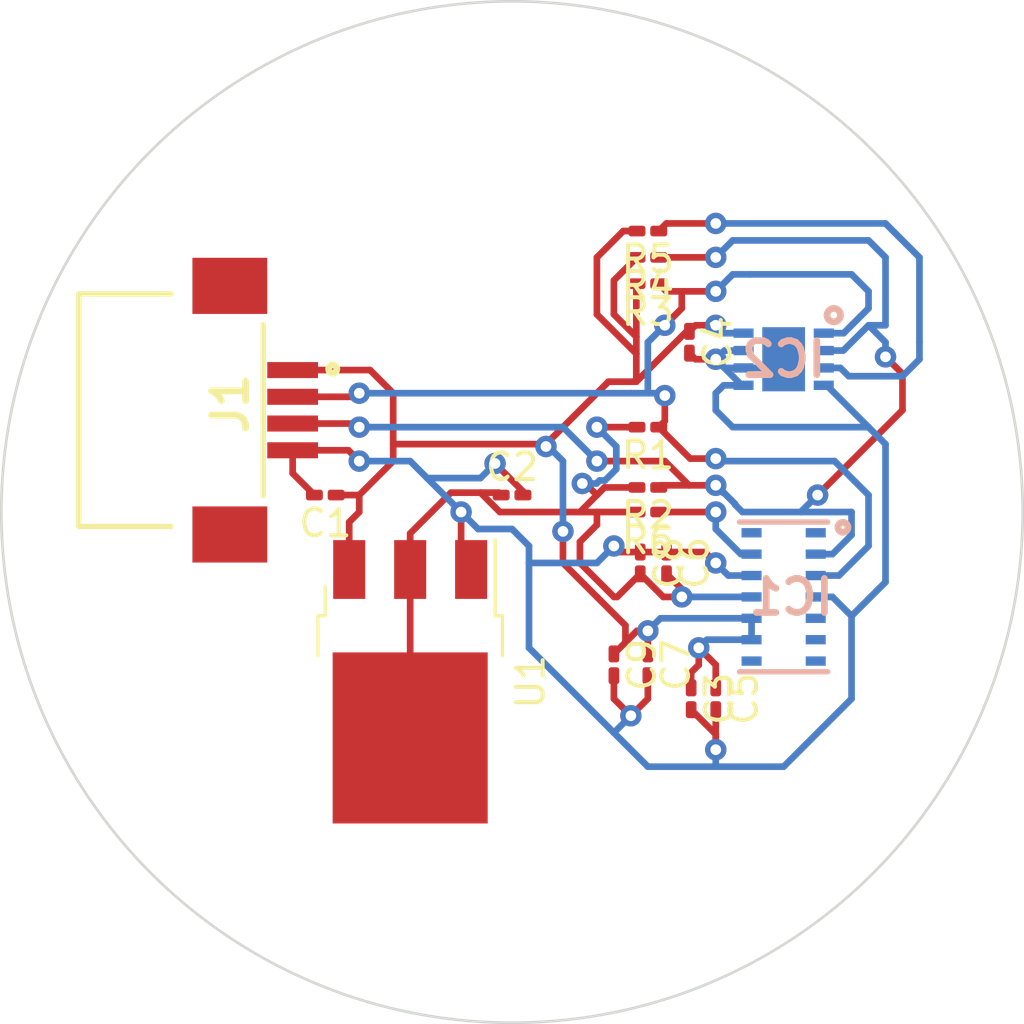
<source format=kicad_pcb>
(kicad_pcb (version 20211014) (generator pcbnew)
  (layers (0 "F.Cu" signal) (31 "B.Cu" signal) (34 "B.Paste" user) (35 "F.Paste" user) (36 "B.SilkS" user "B.Silkscreen") (37 "F.SilkS" user "F.Silkscreen") (38 "B.Mask" user) (39 "F.Mask" user) (44 "Edge.Cuts" user))
  (net 0 "")
  (net 1 "VCC")
  (net 2 "GND")
  (net 3 "+1V8")
  (net 5 "/INT")
  (net 10 "/SDA")
  (net 11 "/SCL")
  (net 13 "/OS")
  (footprint "Capacitor_SMD:C_0201_0603Metric_Pad0.64x0.40mm_HandSolder" (layer "F.Cu") (at 149.86 91.44 -90)
    (fp_text reference "C5" (at 0 -1.05 90) (layer "F.SilkS"))
    (fp_text value "0.1uF")
    (pad "1" smd roundrect (at -0.4075 0 270) (size 0.635 0.4) (layers "F.Cu" "F.Mask") (net 1 "VCC"))
    (pad "2" smd roundrect (at 0.4075 0 270) (size 0.635 0.4) (layers "F.Cu" "F.Mask") (net 2 "GND"))
  )
  (footprint "Resistor_SMD:R_0201_0603Metric_Pad0.64x0.40mm_HandSolder" (layer "F.Cu") (at 147.32 84.455 180)
    (fp_text reference "R6" (at 0 -1.05) (layer "F.SilkS"))
    (fp_text value "1k")
    (pad "1" smd roundrect (at -0.4075 0 180) (size 0.635 0.4) (layers "F.Cu" "F.Mask") (net 5 "/INT"))
    (pad "2" smd roundrect (at 0.4075 0 180) (size 0.635 0.4) (layers "F.Cu" "F.Mask") (net 3 "+1V8"))
  )
  (footprint "Resistor_SMD:R_0201_0603Metric_Pad0.64x0.40mm_HandSolder" (layer "F.Cu") (at 147.32 81.28 180)
    (fp_text reference "R1" (at 0 -1.05) (layer "F.SilkS"))
    (fp_text value "1k")
    (pad "1" smd roundrect (at -0.4075 0 180) (size 0.635 0.4) (layers "F.Cu" "F.Mask") (net 10 "/SDA"))
    (pad "2" smd roundrect (at 0.4075 0 180) (size 0.635 0.4) (layers "F.Cu" "F.Mask") (net 3 "+1V8"))
  )
  (footprint "Capacitor_SMD:C_0201_0603Metric_Pad0.64x0.40mm_HandSolder" (layer "F.Cu") (at 142.24 83.82)
    (fp_text reference "C2" (at 0 -1.05) (layer "F.SilkS"))
    (fp_text value "100uF")
    (pad "1" smd roundrect (at -0.4075 0) (size 0.635 0.4) (layers "F.Cu" "F.Mask") (net 3 "+1V8"))
    (pad "2" smd roundrect (at 0.4075 0) (size 0.635 0.4) (layers "F.Cu" "F.Mask") (net 2 "GND"))
  )
  (footprint "Capacitor_SMD:C_0201_0603Metric_Pad0.64x0.40mm_HandSolder" (layer "F.Cu") (at 147.32 90.17 -90)
    (fp_text reference "C7" (at 0 -1.05 90) (layer "F.SilkS"))
    (fp_text value "10uF")
    (pad "1" smd roundrect (at -0.4075 0 270) (size 0.635 0.4) (layers "F.Cu" "F.Mask") (net 1 "VCC"))
    (pad "2" smd roundrect (at 0.4075 0 270) (size 0.635 0.4) (layers "F.Cu" "F.Mask") (net 2 "GND"))
  )
  (footprint "Capacitor_SMD:C_0201_0603Metric_Pad0.64x0.40mm_HandSolder" (layer "F.Cu") (at 147.035 86.36 -90)
    (fp_text reference "C8" (at 0 -1.05 90) (layer "F.SilkS"))
    (fp_text value "0.1uF")
    (pad "1" smd roundrect (at -0.4075 0 270) (size 0.635 0.4) (layers "F.Cu" "F.Mask") (net 2 "GND"))
    (pad "2" smd roundrect (at 0.4075 0 270) (size 0.635 0.4) (layers "F.Cu" "F.Mask") (net 3 "+1V8"))
  )
  (footprint "52207-0460:0522070433" (layer "F.Cu") (at 132.933875 80.645 -90)
    (fp_text reference "J1" (at -0.239 1.236 90) (layer "F.SilkS") (effects (font (size 1.27 1.27) (thickness 0.254))))
    (fp_text value "52207-0460" hide)
    (fp_line (start 4.35 6.9) (end 4.35 3.45) (layer "F.SilkS") (width 0.2))
    (fp_line (start -4.35 3.45) (end -4.35 6.9) (layer "F.SilkS") (width 0.2))
    (fp_line (start -4.35 6.9) (end 4.35 6.9) (layer "F.SilkS") (width 0.2))
    (fp_line (start -3.2 0) (end 3.2 0) (layer "F.SilkS") (width 0.2))
    (fp_circle (center -1.537 -2.599) (end -1.56325 -2.599) (layer "F.SilkS") (width 0.254) (fill none))
    (pad "1" smd rect (at -1.5 -1.1 270) (size 0.6 1.9) (layers "F.Cu" "F.Paste" "F.Mask") (net 1 "VCC"))
    (pad "2" smd rect (at -0.5 -1.1 270) (size 0.6 1.9) (layers "F.Cu" "F.Paste" "F.Mask") (net 10 "/SDA"))
    (pad "3" smd rect (at 0.5 -1.1 270) (size 0.6 1.9) (layers "F.Cu" "F.Paste" "F.Mask") (net 11 "/SCL"))
    (pad "4" smd rect (at 1.5 -1.1 270) (size 0.6 1.9) (layers "F.Cu" "F.Paste" "F.Mask") (net 2 "GND"))
    (pad "5" smd rect (at -4.65 1.25 270) (size 2.1 2.8) (layers "F.Cu" "F.Paste" "F.Mask"))
    (pad "6" smd rect (at 4.65 1.25 270) (size 2.1 2.8) (layers "F.Cu" "F.Paste" "F.Mask"))
  )
  (footprint "Capacitor_SMD:C_0201_0603Metric_Pad0.64x0.40mm_HandSolder" (layer "F.Cu") (at 135.255 83.82 180)
    (fp_text reference "C1" (at 0 -1.05) (layer "F.SilkS"))
    (fp_text value "100uF")
    (pad "1" smd roundrect (at -0.4075 0 180) (size 0.635 0.4) (layers "F.Cu" "F.Mask") (net 1 "VCC"))
    (pad "2" smd roundrect (at 0.4075 0 180) (size 0.635 0.4) (layers "F.Cu" "F.Mask") (net 2 "GND"))
  )
  (footprint "Resistor_SMD:R_0201_0603Metric_Pad0.64x0.40mm_HandSolder" (layer "F.Cu") (at 147.32 75.915 180)
    (fp_text reference "R3" (at 0 -1.05) (layer "F.SilkS"))
    (fp_text value "4.7k")
    (pad "1" smd roundrect (at -0.4075 0 180) (size 0.635 0.4) (layers "F.Cu" "F.Mask") (net 10 "/SDA"))
    (pad "2" smd roundrect (at 0.4075 0 180) (size 0.635 0.4) (layers "F.Cu" "F.Mask") (net 1 "VCC"))
  )
  (footprint "Capacitor_SMD:C_0201_0603Metric_Pad0.64x0.40mm_HandSolder" (layer "F.Cu") (at 148.94 91.44 -90)
    (fp_text reference "C3" (at 0 -1.05 90) (layer "F.SilkS"))
    (fp_text value "10uF")
    (pad "1" smd roundrect (at -0.4075 0 270) (size 0.635 0.4) (layers "F.Cu" "F.Mask") (net 1 "VCC"))
    (pad "2" smd roundrect (at 0.4075 0 270) (size 0.635 0.4) (layers "F.Cu" "F.Mask") (net 2 "GND"))
  )
  (footprint "Resistor_SMD:R_0201_0603Metric_Pad0.64x0.40mm_HandSolder" (layer "F.Cu") (at 147.32 73.945 180)
    (fp_text reference "R5" (at 0 -1.05) (layer "F.SilkS"))
    (fp_text value "4.7k")
    (pad "1" smd roundrect (at -0.4075 0 180) (size 0.635 0.4) (layers "F.Cu" "F.Mask") (net 13 "/OS"))
    (pad "2" smd roundrect (at 0.4075 0 180) (size 0.635 0.4) (layers "F.Cu" "F.Mask") (net 1 "VCC"))
  )
  (footprint "Resistor_SMD:R_0201_0603Metric_Pad0.64x0.40mm_HandSolder" (layer "F.Cu") (at 147.32 74.93 180)
    (fp_text reference "R4" (at 0 -1.05) (layer "F.SilkS"))
    (fp_text value "4.7k")
    (pad "1" smd roundrect (at -0.4075 0 180) (size 0.635 0.4) (layers "F.Cu" "F.Mask") (net 11 "/SCL"))
    (pad "2" smd roundrect (at 0.4075 0 180) (size 0.635 0.4) (layers "F.Cu" "F.Mask") (net 1 "VCC"))
  )
  (footprint "Capacitor_SMD:C_0201_0603Metric_Pad0.64x0.40mm_HandSolder" (layer "F.Cu") (at 148.875 78.105 -90)
    (fp_text reference "C4" (at 0 -1.05 90) (layer "F.SilkS"))
    (fp_text value "0.1 uF")
    (pad "1" smd roundrect (at -0.4075 0 270) (size 0.635 0.4) (layers "F.Cu" "F.Mask") (net 1 "VCC"))
    (pad "2" smd roundrect (at 0.4075 0 270) (size 0.635 0.4) (layers "F.Cu" "F.Mask") (net 2 "GND"))
  )
  (footprint "Capacitor_SMD:C_0201_0603Metric_Pad0.64x0.40mm_HandSolder" (layer "F.Cu") (at 146.05 90.17 -90)
    (fp_text reference "C9" (at 0 -1.05 90) (layer "F.SilkS"))
    (fp_text value "0.1uF")
    (pad "1" smd roundrect (at -0.4075 0 270) (size 0.635 0.4) (layers "F.Cu" "F.Mask") (net 1 "VCC"))
    (pad "2" smd roundrect (at 0.4075 0 270) (size 0.635 0.4) (layers "F.Cu" "F.Mask") (net 2 "GND"))
  )
  (footprint "Package_TO_SOT_SMD:TO-252-3_TabPin2" (layer "F.Cu") (at 138.43 90.805 -90)
    (fp_text reference "U1" (at 0 -4.5 90) (layer "F.SilkS"))
    (fp_text value "AZ1084-1.8")
    (fp_line (start -2.47 -3.45) (end -2.47 -3.18) (layer "F.SilkS") (width 0.12))
    (fp_line (start -2.47 3.18) (end -3.57 3.18) (layer "F.SilkS") (width 0.12))
    (fp_line (start -0.97 3.45) (end -2.47 3.45) (layer "F.SilkS") (width 0.12))
    (fp_line (start -2.47 3.45) (end -2.47 3.18) (layer "F.SilkS") (width 0.12))
    (fp_line (start -2.47 -3.18) (end -5.3 -3.18) (layer "F.SilkS") (width 0.12))
    (fp_line (start -0.97 -3.45) (end -2.47 -3.45) (layer "F.SilkS") (width 0.12))
    (pad "1" smd rect (at -4.2 -2.28 270) (size 2.2 1.2) (layers "F.Cu" "F.Paste" "F.Mask") (net 2 "GND"))
    (pad "2" smd rect (at -4.2 0 270) (size 2.2 1.2) (layers "F.Cu" "F.Paste" "F.Mask") (net 3 "+1V8"))
    (pad "2" smd rect (at 2.1 0 270) (size 6.4 5.8) (layers "F.Cu" "F.Mask") (net 3 "+1V8"))
    (pad "3" smd rect (at -4.2 2.28 270) (size 2.2 1.2) (layers "F.Cu" "F.Paste" "F.Mask") (net 1 "VCC"))
  )
  (footprint "Capacitor_SMD:C_0201_0603Metric_Pad0.64x0.40mm_HandSolder" (layer "F.Cu") (at 148.02 86.36 -90)
    (fp_text reference "C6" (at 0 -1.05 90) (layer "F.SilkS"))
    (fp_text value "4.7uF")
    (pad "1" smd roundrect (at -0.4075 0 270) (size 0.635 0.4) (layers "F.Cu" "F.Mask") (net 2 "GND"))
    (pad "2" smd roundrect (at 0.4075 0 270) (size 0.635 0.4) (layers "F.Cu" "F.Mask") (net 3 "+1V8"))
  )
  (footprint "Resistor_SMD:R_0201_0603Metric_Pad0.64x0.40mm_HandSolder" (layer "F.Cu") (at 147.32 83.535 180)
    (fp_text reference "R2" (at 0 -1.05) (layer "F.SilkS"))
    (fp_text value "1k")
    (pad "1" smd roundrect (at -0.4075 0 180) (size 0.635 0.4) (layers "F.Cu" "F.Mask") (net 11 "/SCL"))
    (pad "2" smd roundrect (at 0.4075 0 180) (size 0.635 0.4) (layers "F.Cu" "F.Mask") (net 3 "+1V8"))
  )
  (footprint "MAX30102EFD+:14-LEAD-OESIP" (layer "B.Cu") (at 152.4 87.63 180)
    (fp_text reference "IC1" (at -0.284 -0.006) (layer "B.SilkS") (effects (font (size 1.27 1.27) (thickness 0.254)) (justify mirror)))
    (fp_text value "MAX30102EFD+" hide)
    (fp_line (start 1.65 -2.8) (end -1.65 -2.8) (layer "B.SilkS") (width 0.2))
    (fp_line (start -1.65 2.8) (end 1.65 2.8) (layer "B.SilkS") (width 0.2))
    (fp_circle (center -2.219 2.603) (end -2.27867 2.603) (layer "B.SilkS") (width 0.254) (fill none))
    (pad "1" smd rect (at -1.2 2.4 90) (size 0.35 0.75) (layers "B.Cu" "B.Paste" "B.Mask"))
    (pad "2" smd rect (at -1.2 1.6 90) (size 0.35 0.75) (layers "B.Cu" "B.Paste" "B.Mask") (net 11 "/SCL"))
    (pad "3" smd rect (at -1.2 0.8 90) (size 0.35 0.75) (layers "B.Cu" "B.Paste" "B.Mask") (net 10 "/SDA"))
    (pad "4" smd rect (at -1.2 0 90) (size 0.35 0.75) (layers "B.Cu" "B.Paste" "B.Mask") (net 2 "GND"))
    (pad "5" smd rect (at -1.2 -0.8 90) (size 0.35 0.75) (layers "B.Cu" "B.Paste" "B.Mask"))
    (pad "6" smd rect (at -1.2 -1.6 90) (size 0.35 0.75) (layers "B.Cu" "B.Paste" "B.Mask"))
    (pad "7" smd rect (at -1.2 -2.4 90) (size 0.35 0.75) (layers "B.Cu" "B.Paste" "B.Mask"))
    (pad "8" smd rect (at 1.2 -2.4 90) (size 0.35 0.75) (layers "B.Cu" "B.Paste" "B.Mask"))
    (pad "9" smd rect (at 1.2 -1.6 90) (size 0.35 0.75) (layers "B.Cu" "B.Paste" "B.Mask") (net 1 "VCC"))
    (pad "10" smd rect (at 1.2 -0.8 90) (size 0.35 0.75) (layers "B.Cu" "B.Paste" "B.Mask") (net 1 "VCC"))
    (pad "11" smd rect (at 1.2 0 90) (size 0.35 0.75) (layers "B.Cu" "B.Paste" "B.Mask") (net 3 "+1V8"))
    (pad "12" smd rect (at 1.2 0.8 90) (size 0.35 0.75) (layers "B.Cu" "B.Paste" "B.Mask") (net 2 "GND"))
    (pad "13" smd rect (at 1.2 1.6 90) (size 0.35 0.75) (layers "B.Cu" "B.Paste" "B.Mask") (net 5 "/INT"))
    (pad "14" smd rect (at 1.2 2.4 90) (size 0.35 0.75) (layers "B.Cu" "B.Paste" "B.Mask"))
  )
  (footprint "MAX30205MTA+:SON65P300X300X80-9N" (layer "B.Cu") (at 152.4 78.74 180)
    (fp_text reference "IC2" (at 0 0) (layer "B.SilkS") (effects (font (size 1.27 1.27) (thickness 0.254)) (justify mirror)))
    (fp_text value "MAX30205MTA+" hide)
    (fp_circle (center -1.875 1.65) (end -1.75 1.65) (layer "B.SilkS") (width 0.254) (fill none))
    (pad "1" smd rect (at -1.5 0.975 90) (size 0.35 0.75) (layers "B.Cu" "B.Paste" "B.Mask") (net 10 "/SDA"))
    (pad "2" smd rect (at -1.5 0.325 90) (size 0.35 0.75) (layers "B.Cu" "B.Paste" "B.Mask") (net 11 "/SCL"))
    (pad "3" smd rect (at -1.5 -0.325 90) (size 0.35 0.75) (layers "B.Cu" "B.Paste" "B.Mask") (net 13 "/OS"))
    (pad "4" smd rect (at -1.5 -0.975 90) (size 0.35 0.75) (layers "B.Cu" "B.Paste" "B.Mask") (net 2 "GND"))
    (pad "5" smd rect (at 1.5 -0.975 90) (size 0.35 0.75) (layers "B.Cu" "B.Paste" "B.Mask") (net 2 "GND"))
    (pad "6" smd rect (at 1.5 -0.325 90) (size 0.35 0.75) (layers "B.Cu" "B.Paste" "B.Mask") (net 2 "GND"))
    (pad "7" smd rect (at 1.5 0.325 90) (size 0.35 0.75) (layers "B.Cu" "B.Paste" "B.Mask") (net 2 "GND"))
    (pad "8" smd rect (at 1.5 0.975 90) (size 0.35 0.75) (layers "B.Cu" "B.Paste" "B.Mask") (net 1 "VCC"))
    (pad "9" smd rect (at 0 0 180) (size 1.6 2.4) (layers "B.Cu" "B.Paste" "B.Mask") (net 2 "GND"))
  )
  (gr_circle (center 142.24 84.455) (end 160.02 77.47) (layer "Edge.Cuts") (width 0.1) (fill none))
  (segment (start 145.415 87.63) (end 144.145 86.36) (width 0.25) (layer "F.Cu") (net 1))
  (segment (start 136.15 84.83) (end 136.15 86.605) (width 0.25) (layer "F.Cu") (net 1))
  (segment (start 137.795 80.01) (end 137.795 82.55) (width 0.25) (layer "F.Cu") (net 1))
  (segment (start 146.88948 78.53552) (end 146.88948 79.57948) (width 0.25) (layer "F.Cu") (net 1))
  (segment (start 149.86 91.0325) (end 149.86 90.17) (width 0.25) (layer "F.Cu") (net 1))
  (segment (start 145.84552 79.57948) (end 143.51 81.915) (width 0.25) (layer "F.Cu") (net 1))
  (segment (start 137.795 82.55) (end 136.525 83.82) (width 0.25) (layer "F.Cu") (net 1))
  (segment (start 136.525 84.455) (end 136.15 84.83) (width 0.25) (layer "F.Cu") (net 1))
  (segment (start 146.48125 88.69625) (end 145.415 87.63) (width 0.25) (layer "F.Cu") (net 1))
  (segment (start 145.415 77.06104) (end 145.415 74.93) (width 0.25) (layer "F.Cu") (net 1))
  (segment (start 143.51 81.915) (end 143.51 82.0045) (width 0.25) (layer "F.Cu") (net 1))
  (segment (start 148.875 77.6975) (end 148.771459 77.6975) (width 0.25) (layer "F.Cu") (net 1))
  (segment (start 146.9125 74.93) (end 146.05 75.7925) (width 0.25) (layer "F.Cu") (net 1))
  (segment (start 146.88948 79.57948) (end 145.84552 79.57948) (width 0.25) (layer "F.Cu") (net 1))
  (segment (start 144.145 86.36) (end 144.145 85.1795) (width 0.25) (layer "F.Cu") (net 1))
  (segment (start 146.4 73.945) (end 146.9125 73.945) (width 0.25) (layer "F.Cu") (net 1))
  (segment (start 149.86 77.47) (end 149.1025 77.47) (width 0.25) (layer "F.Cu") (net 1))
  (segment (start 136.525 83.82) (end 136.525 84.455) (width 0.25) (layer "F.Cu") (net 1))
  (segment (start 146.88948 78.53552) (end 145.415 77.06104) (width 0.25) (layer "F.Cu") (net 1))
  (segment (start 146.9125 75.915) (end 146.88948 75.93802) (width 0.25) (layer "F.Cu") (net 1))
  (segment (start 146.88948 75.93802) (end 146.88948 77.90052) (width 0.25) (layer "F.Cu") (net 1))
  (segment (start 149.225 89.535) (end 149.225 90.17) (width 0.25) (layer "F.Cu") (net 1))
  (segment (start 148.94 90.455) (end 149.225 90.17) (width 0.25) (layer "F.Cu") (net 1))
  (segment (start 136.525 83.82) (end 135.6625 83.82) (width 0.25) (layer "F.Cu") (net 1))
  (segment (start 145.415 74.93) (end 146.4 73.945) (width 0.25) (layer "F.Cu") (net 1))
  (segment (start 146.48125 89.33125) (end 146.48125 88.69625) (width 0.25) (layer "F.Cu") (net 1))
  (segment (start 146.05 77.06104) (end 146.88948 77.90052) (width 0.25) (layer "F.Cu") (net 1))
  (segment (start 147.32 88.9) (end 146.9125 88.9) (width 0.25) (layer "F.Cu") (net 1))
  (segment (start 149.86 90.17) (end 149.225 89.535) (width 0.25) (layer "F.Cu") (net 1))
  (segment (start 146.88948 77.90052) (end 146.88948 78.53552) (width 0.25) (layer "F.Cu") (net 1))
  (segment (start 146.48125 89.33125) (end 146.05 89.7625) (width 0.25) (layer "F.Cu") (net 1))
  (segment (start 146.9125 88.9) (end 146.48125 89.33125) (width 0.25) (layer "F.Cu") (net 1))
  (segment (start 148.771459 77.6975) (end 146.88948 79.57948) (width 0.25) (layer "F.Cu") (net 1))
  (segment (start 143.51 82.0045) (end 143.4205 81.915) (width 0.25) (layer "F.Cu") (net 1))
  (segment (start 146.05 75.7925) (end 146.05 77.06104) (width 0.25) (layer "F.Cu") (net 1))
  (segment (start 134.033875 79.145) (end 136.93 79.145) (width 0.25) (layer "F.Cu") (net 1))
  (segment (start 143.4205 81.915) (end 137.795 81.915) (width 0.25) (layer "F.Cu") (net 1))
  (segment (start 136.93 79.145) (end 137.795 80.01) (width 0.25) (layer "F.Cu") (net 1))
  (segment (start 149.1025 77.47) (end 148.875 77.6975) (width 0.25) (layer "F.Cu") (net 1))
  (segment (start 148.94 91.0325) (end 148.94 90.455) (width 0.25) (layer "F.Cu") (net 1))
  (segment (start 147.32 88.9) (end 147.32 89.7625) (width 0.25) (layer "F.Cu") (net 1))
  (via (at 143.51 82.0045) (size 0.8) (drill 0.4) (layers "F.Cu" "B.Cu") (net 1))
  (via (at 149.225 89.535) (size 0.8) (drill 0.4) (layers "F.Cu" "B.Cu") (net 1))
  (via (at 144.145 85.1795) (size 0.8) (drill 0.4) (layers "F.Cu" "B.Cu") (net 1))
  (via (at 149.86 77.47) (size 0.8) (drill 0.4) (layers "F.Cu" "B.Cu") (net 1))
  (via (at 147.32 88.9) (size 0.8) (drill 0.4) (layers "F.Cu" "B.Cu") (net 1))
  (segment (start 149.53 89.23) (end 149.225 89.535) (width 0.25) (layer "B.Cu") (net 1))
  (segment (start 151.2 88.43) (end 151.2 89.23) (width 0.25) (layer "B.Cu") (net 1))
  (segment (start 143.51 82.0045) (end 143.5995 82.0045) (width 0.25) (layer "B.Cu") (net 1))
  (segment (start 144.145 82.55) (end 144.145 85.1795) (width 0.25) (layer "B.Cu") (net 1))
  (segment (start 151.2 88.43) (end 147.79 88.43) (width 0.25) (layer "B.Cu") (net 1))
  (segment (start 151.2 89.23) (end 150.8 89.23) (width 0.25) (layer "B.Cu") (net 1))
  (segment (start 150.155 77.765) (end 149.86 77.47) (width 0.25) (layer "B.Cu") (net 1))
  (segment (start 151.2 89.23) (end 149.53 89.23) (width 0.25) (layer "B.Cu") (net 1))
  (segment (start 143.5995 82.0045) (end 144.145 82.55) (width 0.25) (layer "B.Cu") (net 1))
  (segment (start 150.9 77.765) (end 150.155 77.765) (width 0.25) (layer "B.Cu") (net 1))
  (segment (start 147.79 88.43) (end 147.32 88.9) (width 0.25) (layer "B.Cu") (net 1))
  (segment (start 149.4525 85.9525) (end 149.86 86.36) (width 0.25) (layer "F.Cu") (net 2))
  (segment (start 140.335 84.455) (end 140.335 86.23) (width 0.25) (layer "F.Cu") (net 2))
  (segment (start 146.2775 85.9525) (end 146.05 85.725) (width 0.25) (layer "F.Cu") (net 2))
  (segment (start 149.1025 78.74) (end 148.875 78.5125) (width 0.25) (layer "F.Cu") (net 2))
  (segment (start 147.32 91.44) (end 147.32 90.5775) (width 0.25) (layer "F.Cu") (net 2))
  (segment (start 134.033875 83.006375) (end 134.8475 83.82) (width 0.25) (layer "F.Cu") (net 2))
  (segment (start 142.6475 83.682) (end 141.605 82.6395) (width 0.25) (layer "F.Cu") (net 2))
  (segment (start 136.12 82.145) (end 136.525 82.55) (width 0.25) (layer "F.Cu") (net 2))
  (segment (start 149.86 93.345) (end 149.86 91.8475) (width 0.25) (layer "F.Cu") (net 2))
  (segment (start 147.035 85.9525) (end 146.2775 85.9525) (width 0.25) (layer "F.Cu") (net 2))
  (segment (start 140.335 86.23) (end 140.71 86.605) (width 0.25) (layer "F.Cu") (net 2))
  (segment (start 134.033875 82.145) (end 134.033875 83.006375) (width 0.25) (layer "F.Cu") (net 2))
  (segment (start 134.033875 82.145) (end 136.12 82.145) (width 0.25) (layer "F.Cu") (net 2))
  (segment (start 149.86 78.74) (end 149.1025 78.74) (width 0.25) (layer "F.Cu") (net 2))
  (segment (start 149.86 92.7675) (end 148.94 91.8475) (width 0.25) (layer "F.Cu") (net 2))
  (segment (start 149.86 93.345) (end 149.86 92.7675) (width 0.25) (layer "F.Cu") (net 2))
  (segment (start 146.685 92.075) (end 146.05 91.44) (width 0.25) (layer "F.Cu") (net 2))
  (segment (start 142.6475 83.82) (end 142.6475 83.682) (width 0.25) (layer "F.Cu") (net 2))
  (segment (start 146.05 91.44) (end 146.05 90.5775) (width 0.25) (layer "F.Cu") (net 2))
  (segment (start 146.685 92.075) (end 147.32 91.44) (width 0.25) (layer "F.Cu") (net 2))
  (segment (start 147.035 85.9525) (end 148.02 85.9525) (width 0.25) (layer "F.Cu") (net 2))
  (segment (start 148.02 85.9525) (end 149.4525 85.9525) (width 0.25) (layer "F.Cu") (net 2))
  (via (at 140.335 84.455) (size 0.8) (drill 0.4) (layers "F.Cu" "B.Cu") (net 2))
  (via (at 146.685 92.075) (size 0.8) (drill 0.4) (layers "F.Cu" "B.Cu") (net 2))
  (via (at 149.86 86.36) (size 0.8) (drill 0.4) (layers "F.Cu" "B.Cu") (net 2))
  (via (at 141.605 82.6395) (size 0.8) (drill 0.4) (layers "F.Cu" "B.Cu") (net 2))
  (via (at 146.05 85.725) (size 0.8) (drill 0.4) (layers "F.Cu" "B.Cu") (net 2))
  (via (at 136.525 82.55) (size 0.8) (drill 0.4) (layers "F.Cu" "B.Cu") (net 2))
  (via (at 149.86 93.345) (size 0.8) (drill 0.4) (layers "F.Cu" "B.Cu") (net 2))
  (via (at 149.86 78.74) (size 0.8) (drill 0.4) (layers "F.Cu" "B.Cu") (net 2))
  (segment (start 152.4 93.98) (end 149.86 93.98) (width 0.25) (layer "B.Cu") (net 2))
  (segment (start 142.875 89.535) (end 142.875 86.36) (width 0.25) (layer "B.Cu") (net 2))
  (segment (start 150.9 79.715) (end 150.835 79.715) (width 0.25) (layer "B.Cu") (net 2))
  (segment (start 150.495 81.28) (end 155.575 81.28) (width 0.25) (layer "B.Cu") (net 2))
  (segment (start 150.185 79.065) (end 149.86 78.74) (width 0.25) (layer "B.Cu") (net 2))
  (segment (start 154.225 87.63) (end 154.94 88.345) (width 0.25) (layer "B.Cu") (net 2))
  (segment (start 146.05 92.71) (end 142.875 89.535) (width 0.25) (layer "B.Cu") (net 2))
  (segment (start 141.605 82.6395) (end 141.0595 83.185) (width 0.25) (layer "B.Cu") (net 2))
  (segment (start 150.185 78.415) (end 149.86 78.74) (width 0.25) (layer "B.Cu") (net 2))
  (segment (start 149.86 80.01) (end 149.86 80.645) (width 0.25) (layer "B.Cu") (net 2))
  (segment (start 152.075 79.065) (end 152.4 78.74) (width 0.25) (layer "B.Cu") (net 2))
  (segment (start 153.9 79.715) (end 154.01 79.715) (width 0.25) (layer "B.Cu") (net 2))
  (segment (start 150.33 86.83) (end 151.2 86.83) (width 0.25) (layer "B.Cu") (net 2))
  (segment (start 150.9 79.715) (end 150.155 79.715) (width 0.25) (layer "B.Cu") (net 2))
  (segment (start 150.9 79.065) (end 150.185 79.065) (width 0.25) (layer "B.Cu") (net 2))
  (segment (start 156.21 87.075) (end 154.94 88.345) (width 0.25) (layer "B.Cu") (net 2))
  (segment (start 146.05 85.725) (end 145.415 86.36) (width 0.25) (layer "B.Cu") (net 2))
  (segment (start 153.6 87.63) (end 154.225 87.63) (width 0.25) (layer "B.Cu") (net 2))
  (segment (start 150.835 79.715) (end 149.86 78.74) (width 0.25) (layer "B.Cu") (net 2))
  (segment (start 146.05 92.71) (end 146.685 92.075) (width 0.25) (layer "B.Cu") (net 2))
  (segment (start 156.21 81.915) (end 156.21 87.075) (width 0.25) (layer "B.Cu") (net 2))
  (segment (start 154.01 79.715) (end 155.575 81.28) (width 0.25) (layer "B.Cu") (net 2))
  (segment (start 136.525 82.55) (end 138.43 82.55) (width 0.25) (layer "B.Cu") (net 2))
  (segment (start 150.9 79.065) (end 152.075 79.065) (width 0.25) (layer "B.Cu") (net 2))
  (segment (start 142.24 85.09) (end 140.97 85.09) (width 0.25) (layer "B.Cu") (net 2))
  (segment (start 149.86 93.98) (end 147.32 93.98) (width 0.25) (layer "B.Cu") (net 2))
  (segment (start 141.0595 83.185) (end 139.065 83.185) (width 0.25) (layer "B.Cu") (net 2))
  (segment (start 149.86 93.98) (end 149.86 93.345) (width 0.25) (layer "B.Cu") (net 2))
  (segment (start 147.32 93.98) (end 146.05 92.71) (width 0.25) (layer "B.Cu") (net 2))
  (segment (start 150.155 79.715) (end 149.86 80.01) (width 0.25) (layer "B.Cu") (net 2))
  (segment (start 149.86 80.645) (end 150.495 81.28) (width 0.25) (layer "B.Cu") (net 2))
  (segment (start 145.415 86.36) (end 142.875 86.36) (width 0.25) (layer "B.Cu") (net 2))
  (segment (start 139.065 83.185) (end 140.335 84.455) (width 0.25) (layer "B.Cu") (net 2))
  (segment (start 155.575 81.28) (end 156.21 81.915) (width 0.25) (layer "B.Cu") (net 2))
  (segment (start 149.86 86.36) (end 150.33 86.83) (width 0.25) (layer "B.Cu") (net 2))
  (segment (start 150.9 78.415) (end 150.185 78.415) (width 0.25) (layer "B.Cu") (net 2))
  (segment (start 138.43 82.55) (end 139.065 83.185) (width 0.25) (layer "B.Cu") (net 2))
  (segment (start 154.94 88.345) (end 154.94 91.44) (width 0.25) (layer "B.Cu") (net 2))
  (segment (start 154.94 91.44) (end 152.4 93.98) (width 0.25) (layer "B.Cu") (net 2))
  (segment (start 142.875 85.725) (end 142.24 85.09) (width 0.25) (layer "B.Cu") (net 2))
  (segment (start 142.875 86.36) (end 142.875 85.725) (width 0.25) (layer "B.Cu") (net 2))
  (segment (start 140.97 85.09) (end 140.335 84.455) (width 0.25) (layer "B.Cu") (net 2))
  (segment (start 145.415 83.82) (end 145.7 83.535) (width 0.25) (layer "F.Cu") (net 3))
  (segment (start 144.78 85.569805) (end 144.78 86.358604) (width 0.25) (layer "F.Cu") (net 3))
  (segment (start 145.415 84.455) (end 145.415 84.934805) (width 0.25) (layer "F.Cu") (net 3))
  (segment (start 145.415 84.455) (end 146.9125 84.455) (width 0.25) (layer "F.Cu") (net 3))
  (segment (start 147.8975 87.63) (end 147.035 86.7675) (width 0.25) (layer "F.Cu") (net 3))
  (segment (start 144.78 86.358604) (end 146.051396 87.63) (width 0.25) (layer "F.Cu") (net 3))
  (segment (start 144.8695 83.387516) (end 144.982516 83.387516) (width 0.25) (layer "F.Cu") (net 3))
  (segment (start 138.43 85.255) (end 139.955 83.73) (width 0.25) (layer "F.Cu") (net 3))
  (segment (start 148.59 87.3375) (end 148.02 86.7675) (width 0.25) (layer "F.Cu") (net 3))
  (segment (start 146.051396 87.63) (end 146.1725 87.63) (width 0.25) (layer "F.Cu") (net 3))
  (segment (start 145.415 84.934805) (end 144.78 85.569805) (width 0.25) (layer "F.Cu") (net 3))
  (segment (start 141.785 84.455) (end 144.78 84.455) (width 0.25) (layer "F.Cu") (net 3))
  (segment (start 141.7425 83.73) (end 141.8325 83.82) (width 0.25) (layer "F.Cu") (net 3))
  (segment (start 148.59 87.63) (end 147.8975 87.63) (width 0.25) (layer "F.Cu") (net 3))
  (segment (start 141.06 83.73) (end 141.785 84.455) (width 0.25) (layer "F.Cu") (net 3))
  (segment (start 141.06 83.73) (end 141.7425 83.73) (width 0.25) (layer "F.Cu") (net 3))
  (segment (start 146.1725 87.63) (end 147.035 86.7675) (width 0.25) (layer "F.Cu") (net 3))
  (segment (start 138.43 86.605) (end 138.43 92.905) (width 0.25) (layer "F.Cu") (net 3))
  (segment (start 139.955 83.73) (end 141.06 83.73) (width 0.25) (layer "F.Cu") (net 3))
  (segment (start 145.7 83.535) (end 146.9125 83.535) (width 0.25) (layer "F.Cu") (net 3))
  (segment (start 138.43 86.605) (end 138.43 85.255) (width 0.25) (layer "F.Cu") (net 3))
  (segment (start 146.9125 81.28) (end 145.415 81.28) (width 0.25) (layer "F.Cu") (net 3))
  (segment (start 144.982516 83.387516) (end 145.415 83.82) (width 0.25) (layer "F.Cu") (net 3))
  (segment (start 144.78 84.455) (end 145.415 84.455) (width 0.25) (layer "F.Cu") (net 3))
  (segment (start 147.955 86.8325) (end 148.02 86.7675) (width 0.25) (layer "F.Cu") (net 3))
  (segment (start 144.78 84.455) (end 145.415 83.82) (width 0.25) (layer "F.Cu") (net 3))
  (segment (start 148.59 87.63) (end 148.59 87.3375) (width 0.25) (layer "F.Cu") (net 3))
  (via (at 144.8695 83.387516) (size 0.8) (drill 0.4) (layers "F.Cu" "B.Cu") (net 3))
  (via (at 148.59 87.63) (size 0.8) (drill 0.4) (layers "F.Cu" "B.Cu") (net 3))
  (via (at 145.415 81.28) (size 0.8) (drill 0.4) (layers "F.Cu" "B.Cu") (net 3))
  (segment (start 145.400273 83.387516) (end 144.8695 83.387516) (width 0.25) (layer "B.Cu") (net 3))
  (segment (start 145.512789 83.275) (end 145.400273 83.387516) (width 0.25) (layer "B.Cu") (net 3))
  (segment (start 146.14 82.005) (end 146.14 82.850305) (width 0.25) (layer "B.Cu") (net 3))
  (segment (start 145.715305 83.275) (end 145.512789 83.275) (width 0.25) (layer "B.Cu") (net 3))
  (segment (start 145.415 81.28) (end 146.14 82.005) (width 0.25) (layer "B.Cu") (net 3))
  (segment (start 146.14 82.850305) (end 145.715305 83.275) (width 0.25) (layer "B.Cu") (net 3))
  (segment (start 151.2 87.63) (end 148.59 87.63) (width 0.25) (layer "B.Cu") (net 3))
  (segment (start 149.86 84.455) (end 147.7275 84.455) (width 0.25) (layer "F.Cu") (net 5))
  (via (at 149.86 84.455) (size 0.8) (drill 0.4) (layers "F.Cu" "B.Cu") (net 5))
  (segment (start 149.86 85.09) (end 149.86 84.455) (width 0.25) (layer "B.Cu") (net 5))
  (segment (start 151.2 86.03) (end 150.8 86.03) (width 0.25) (layer "B.Cu") (net 5))
  (segment (start 150.8 86.03) (end 149.86 85.09) (width 0.25) (layer "B.Cu") (net 5))
  (segment (start 136.39 80.145) (end 136.525 80.01) (width 0.25) (layer "F.Cu") (net 10))
  (segment (start 149.86 82.455994) (end 148.903494 82.455994) (width 0.25) (layer "F.Cu") (net 10))
  (segment (start 148.903494 82.455994) (end 147.7275 81.28) (width 0.25) (layer "F.Cu") (net 10))
  (segment (start 147.955 77.47) (end 148.59 76.835) (width 0.25) (layer "F.Cu") (net 10))
  (segment (start 148.59 76.2) (end 148.0125 76.2) (width 0.25) (layer "F.Cu") (net 10))
  (segment (start 134.033875 80.145) (end 136.39 80.145) (width 0.25) (layer "F.Cu") (net 10))
  (segment (start 148.0125 76.2) (end 147.7275 75.915) (width 0.25) (layer "F.Cu") (net 10))
  (segment (start 147.955 81.0525) (end 147.7275 81.28) (width 0.25) (layer "F.Cu") (net 10))
  (segment (start 147.955 80.0995) (end 147.955 81.0525) (width 0.25) (layer "F.Cu") (net 10))
  (segment (start 149.86 76.2) (end 148.59 76.2) (width 0.25) (layer "F.Cu") (net 10))
  (segment (start 148.59 76.835) (end 148.59 76.2) (width 0.25) (layer "F.Cu") (net 10))
  (via (at 147.955 77.47) (size 0.8) (drill 0.4) (layers "F.Cu" "B.Cu") (net 10))
  (via (at 149.86 82.455994) (size 0.8) (drill 0.4) (layers "F.Cu" "B.Cu") (net 10))
  (via (at 147.955 80.0995) (size 0.8) (drill 0.4) (layers "F.Cu" "B.Cu") (net 10))
  (via (at 149.86 76.2) (size 0.8) (drill 0.4) (layers "F.Cu" "B.Cu") (net 10))
  (via (at 136.525 80.01) (size 0.8) (drill 0.4) (layers "F.Cu" "B.Cu") (net 10))
  (segment (start 149.954006 82.55) (end 149.86 82.455994) (width 0.25) (layer "B.Cu") (net 10))
  (segment (start 147.32 80.01) (end 147.8655 80.01) (width 0.25) (layer "B.Cu") (net 10))
  (segment (start 147.32 80.01) (end 147.32 78.105) (width 0.25) (layer "B.Cu") (net 10))
  (segment (start 147.32 78.105) (end 147.955 77.47) (width 0.25) (layer "B.Cu") (net 10))
  (segment (start 155.575 76.835) (end 155.575 76.2) (width 0.25) (layer "B.Cu") (net 10))
  (segment (start 146.685 80.01) (end 147.32 80.01) (width 0.25) (layer "B.Cu") (net 10))
  (segment (start 154.305 82.55) (end 149.954006 82.55) (width 0.25) (layer "B.Cu") (net 10))
  (segment (start 155.575 76.2) (end 154.94 75.565) (width 0.25) (layer "B.Cu") (net 10))
  (segment (start 154.94 75.565) (end 151.13 75.565) (width 0.25) (layer "B.Cu") (net 10))
  (segment (start 155.575 85.725) (end 155.575 83.82) (width 0.25) (layer "B.Cu") (net 10))
  (segment (start 154.645 77.765) (end 155.575 76.835) (width 0.25) (layer "B.Cu") (net 10))
  (segment (start 151.13 75.565) (end 150.495 75.565) (width 0.25) (layer "B.Cu") (net 10))
  (segment (start 147.8655 80.01) (end 147.955 80.0995) (width 0.25) (layer "B.Cu") (net 10))
  (segment (start 154.47 86.83) (end 155.575 85.725) (width 0.25) (layer "B.Cu") (net 10))
  (segment (start 153.6 86.83) (end 154.47 86.83) (width 0.25) (layer "B.Cu") (net 10))
  (segment (start 150.495 75.565) (end 149.86 76.2) (width 0.25) (layer "B.Cu") (net 10))
  (segment (start 155.575 83.82) (end 154.305 82.55) (width 0.25) (layer "B.Cu") (net 10))
  (segment (start 136.525 80.01) (end 146.685 80.01) (width 0.25) (layer "B.Cu") (net 10))
  (segment (start 153.9 77.765) (end 154.645 77.765) (width 0.25) (layer "B.Cu") (net 10))
  (segment (start 153.67 83.82) (end 156.845 80.645) (width 0.25) (layer "F.Cu") (net 11))
  (segment (start 147.955 82.55) (end 145.415 82.55) (width 0.25) (layer "F.Cu") (net 11))
  (segment (start 147.807003 83.455497) (end 147.7275 83.535) (width 0.25) (layer "F.Cu") (net 11))
  (segment (start 136.525 81.28) (end 136.39 81.145) (width 0.25) (layer "F.Cu") (net 11))
  (segment (start 156.845 80.645) (end 156.845 79.2855) (width 0.25) (layer "F.Cu") (net 11))
  (segment (start 149.86 74.93) (end 147.7275 74.93) (width 0.25) (layer "F.Cu") (net 11))
  (segment (start 156.845 79.2855) (end 156.21 78.6505) (width 0.25) (layer "F.Cu") (net 11))
  (segment (start 148.860497 83.455497) (end 147.807003 83.455497) (width 0.25) (layer "F.Cu") (net 11))
  (segment (start 148.860497 83.455497) (end 147.955 82.55) (width 0.25) (layer "F.Cu") (net 11))
  (segment (start 149.86 83.455497) (end 148.860497 83.455497) (width 0.25) (layer "F.Cu") (net 11))
  (segment (start 136.39 81.145) (end 134.033875 81.145) (width 0.25) (layer "F.Cu") (net 11))
  (via (at 153.67 83.82) (size 0.8) (drill 0.4) (layers "F.Cu" "B.Cu") (net 11))
  (via (at 149.86 74.93) (size 0.8) (drill 0.4) (layers "F.Cu" "B.Cu") (net 11))
  (via (at 136.525 81.28) (size 0.8) (drill 0.4) (layers "F.Cu" "B.Cu") (net 11))
  (via (at 145.415 82.55) (size 0.8) (drill 0.4) (layers "F.Cu" "B.Cu") (net 11))
  (via (at 149.86 83.455497) (size 0.8) (drill 0.4) (layers "F.Cu" "B.Cu") (net 11))
  (via (at 156.21 78.6505) (size 0.8) (drill 0.4) (layers "F.Cu" "B.Cu") (net 11))
  (segment (start 153.6 86.03) (end 154.225 86.03) (width 0.25) (layer "B.Cu") (net 11))
  (segment (start 150.585 84.180497) (end 150.585 84.154695) (width 0.25) (layer "B.Cu") (net 11))
  (segment (start 156.21 77.47) (end 156.21 74.93) (width 0.25) (layer "B.Cu") (net 11))
  (segment (start 150.859503 84.455) (end 150.585 84.180497) (width 0.25) (layer "B.Cu") (net 11))
  (segment (start 154.94 85.315) (end 154.94 84.455) (width 0.25) (layer "B.Cu") (net 11))
  (segment (start 153.035 84.455) (end 150.859503 84.455) (width 0.25) (layer "B.Cu") (net 11))
  (segment (start 153.9 78.415) (end 154.631396 78.415) (width 0.25) (layer "B.Cu") (net 11))
  (segment (start 150.134503 83.73) (end 149.86 83.455497) (width 0.25) (layer "B.Cu") (net 11))
  (segment (start 155.575 74.295) (end 150.495 74.295) (width 0.25) (layer "B.Cu") (net 11))
  (segment (start 145.415 82.55) (end 144.145 81.28) (width 0.25) (layer "B.Cu") (net 11))
  (segment (start 144.145 81.28) (end 136.525 81.28) (width 0.25) (layer "B.Cu") (net 11))
  (segment (start 150.160305 83.73) (end 150.134503 83.73) (width 0.25) (layer "B.Cu") (net 11))
  (segment (start 154.94 84.455) (end 153.035 84.455) (width 0.25) (layer "B.Cu") (net 11))
  (segment (start 156.21 78.6505) (end 156.21 78.103604) (width 0.25) (layer "B.Cu") (net 11))
  (segment (start 154.225 86.03) (end 154.94 85.315) (width 0.25) (layer "B.Cu") (net 11))
  (segment (start 156.21 78.103604) (end 155.576396 77.47) (width 0.25) (layer "B.Cu") (net 11))
  (segment (start 154.631396 78.415) (end 155.576396 77.47) (width 0.25) (layer "B.Cu") (net 11))
  (segment (start 150.495 74.295) (end 149.86 74.93) (width 0.25) (layer "B.Cu") (net 11))
  (segment (start 150.585 84.154695) (end 150.160305 83.73) (width 0.25) (layer "B.Cu") (net 11))
  (segment (start 153.035 84.455) (end 153.67 83.82) (width 0.25) (layer "B.Cu") (net 11))
  (segment (start 155.576396 77.47) (end 156.21 77.47) (width 0.25) (layer "B.Cu") (net 11))
  (segment (start 156.21 74.93) (end 155.575 74.295) (width 0.25) (layer "B.Cu") (net 11))
  (segment (start 149.86 73.66) (end 148.0125 73.66) (width 0.25) (layer "F.Cu") (net 13))
  (segment (start 148.0125 73.66) (end 147.7275 73.945) (width 0.25) (layer "F.Cu") (net 13))
  (via (at 149.86 73.66) (size 0.8) (drill 0.4) (layers "F.Cu" "B.Cu") (net 13))
  (segment (start 157.48 78.74) (end 157.48 78.105) (width 0.25) (layer "B.Cu") (net 13))
  (segment (start 156.845 79.375) (end 157.48 78.74) (width 0.25) (layer "B.Cu") (net 13))
  (segment (start 157.48 74.93) (end 156.21 73.66) (width 0.25) (layer "B.Cu") (net 13))
  (segment (start 154.835 79.375) (end 156.845 79.375) (width 0.25) (layer "B.Cu") (net 13))
  (segment (start 153.9 79.065) (end 154.525 79.065) (width 0.25) (layer "B.Cu") (net 13))
  (segment (start 154.525 79.065) (end 154.835 79.375) (width 0.25) (layer "B.Cu") (net 13))
  (segment (start 157.48 78.105) (end 157.48 74.93) (width 0.25) (layer "B.Cu") (net 13))
  (segment (start 156.21 73.66) (end 149.86 73.66) (width 0.25) (layer "B.Cu") (net 13))
)
</source>
